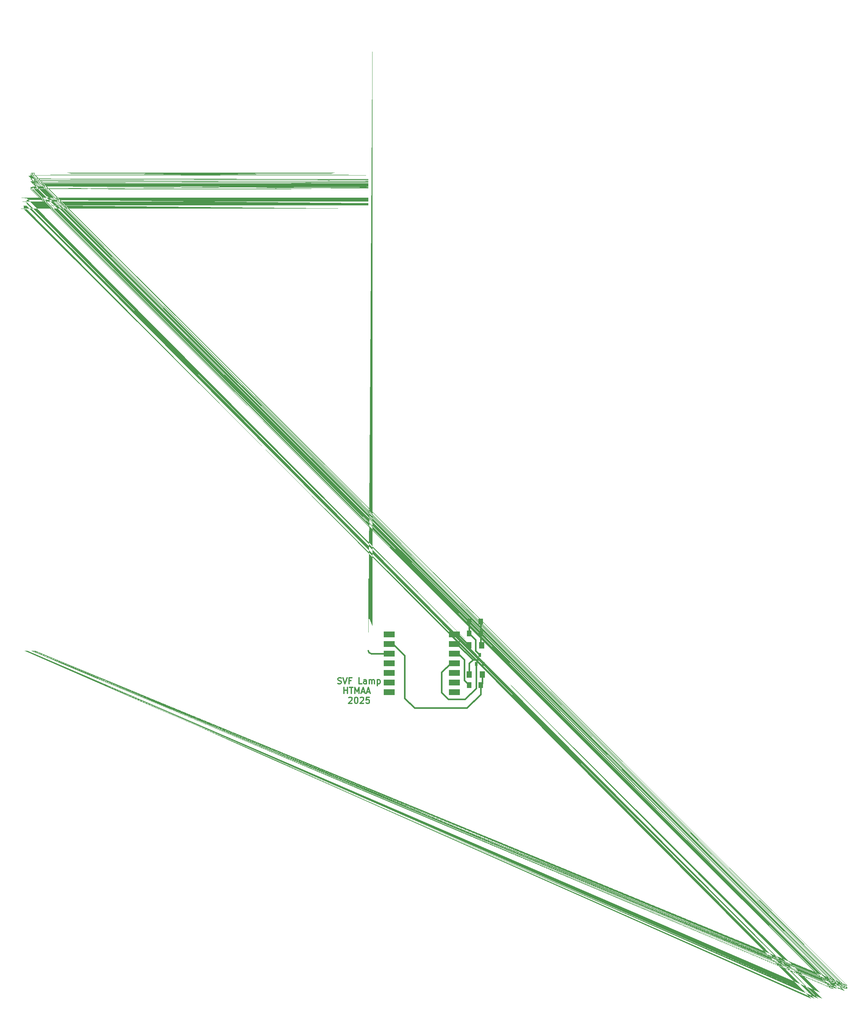
<source format=gbr>
%TF.GenerationSoftware,KiCad,Pcbnew,9.0.1*%
%TF.CreationDate,2025-10-11T20:40:45-04:00*%
%TF.ProjectId,Week05_HTMAA,5765656b-3035-45f4-9854-4d41412e6b69,rev?*%
%TF.SameCoordinates,Original*%
%TF.FileFunction,Copper,L1,Top*%
%TF.FilePolarity,Positive*%
%FSLAX46Y46*%
G04 Gerber Fmt 4.6, Leading zero omitted, Abs format (unit mm)*
G04 Created by KiCad (PCBNEW 9.0.1) date 2025-10-11 20:40:45*
%MOMM*%
%LPD*%
G01*
G04 APERTURE LIST*
G04 Aperture macros list*
%AMFreePoly0*
4,1,401,0.073836,8.365204,0.196780,8.365758,0.246974,8.353120,0.267662,8.346968,0.283126,8.341341,0.297584,8.341341,0.297584,8.334855,0.302060,8.332757,0.309472,8.328480,0.316502,8.323800,0.323195,8.318662,0.329597,8.313009,0.335753,8.306786,0.341710,8.299937,0.353209,8.284133,0.364461,8.265150,0.375834,8.242538,0.387693,8.215849,0.400406,8.184634,0.414341,8.148444,
0.424404,8.121271,0.426395,8.116544,0.436811,8.090212,0.446597,8.063667,0.455735,8.036826,0.464210,8.009611,0.472003,7.981940,0.478447,7.956320,0.490467,7.919020,0.506179,7.873093,0.522850,7.827522,0.530507,7.808056,0.575407,7.724557,0.634033,7.606778,0.689361,7.487337,0.741667,7.366673,0.769974,7.297307,0.773833,7.309466,0.799600,7.223575,0.838325,7.123431,
0.884038,7.002764,0.931621,6.883365,0.956261,6.824048,0.981545,6.764936,1.007444,6.706191,1.034284,6.647180,1.046837,6.619991,1.051645,6.634778,1.080528,6.570447,1.106982,6.507667,1.130930,6.445640,1.152296,6.383567,1.152812,6.381899,1.169004,6.343323,1.231398,6.186841,1.295536,6.031258,1.361326,5.876368,1.428677,5.721966,1.484619,5.595001,1.539511,5.467681,
1.582169,5.366041,1.593340,5.341488,1.640953,5.228531,1.685794,5.114431,1.708944,5.051712,1.767377,4.906783,1.849272,4.706059,1.868176,4.659552,1.879665,4.643288,1.890860,4.626312,1.901717,4.608639,1.912261,4.590182,1.922520,4.570853,1.932522,4.550565,1.969419,4.442044,1.991936,4.374492,2.007892,4.324341,2.016859,4.305463,2.052445,4.236081,2.086448,4.166774,
2.118954,4.097320,2.150052,4.027497,2.179830,3.957083,2.208375,3.885855,2.232688,3.821728,2.242271,3.816966,2.253465,3.783893,2.254015,3.782917,2.257862,3.775495,2.261651,3.767595,2.265390,3.759202,2.269091,3.750303,2.284169,3.699171,2.294616,3.665038,2.295211,3.663344,2.323182,3.586920,2.352388,3.510939,2.383002,3.435539,2.385080,3.430718,2.401021,3.420091,
2.402480,3.390360,2.415200,3.360859,2.440145,3.306627,2.447627,3.290486,2.462408,3.260907,2.480531,3.227402,2.501315,3.185654,2.519758,3.151467,2.547944,3.095903,2.559783,3.070071,2.570498,3.044304,2.580378,3.017677,2.589707,2.989265,2.591114,2.984431,2.595350,2.975079,2.599381,2.963665,2.603179,2.950042,2.606861,2.933745,2.610005,2.917147,2.613112,2.908545,
2.628584,2.857955,2.634661,2.832848,2.639857,2.812980,2.648165,2.770654,2.653530,2.727682,2.654484,2.707826,2.654908,2.705716,2.678833,2.705716,2.678833,2.586653,2.647468,2.586653,2.644502,2.570482,2.639146,2.546966,0.138834,2.546966,0.151236,1.423314,0.153388,1.174480,0.156212,0.925655,0.158212,0.791259,0.158963,0.645091,0.161362,0.505957,0.162003,0.421370,
0.162681,0.402688,0.163874,0.384744,0.165736,0.367414,0.168422,0.350572,0.172085,0.334096,0.176880,0.317861,0.182960,0.301742,0.186531,0.293688,0.190480,0.285616,0.194828,0.277512,0.199594,0.269359,0.204797,0.261142,0.210456,0.252845,0.216591,0.244454,0.218214,0.242372,0.218209,0.245091,0.297584,0.165716,0.299831,0.136268,0.301409,0.130251,0.303979,0.118405,
0.306505,0.104863,0.309100,0.089380,0.314947,0.051615,0.310668,0.023355,0.305975,-0.002896,0.300764,-0.027337,0.294933,-0.050167,0.288376,-0.071585,0.280991,-0.091789,0.273069,-0.110069,0.273027,-0.110171,0.273011,-0.110203,0.272675,-0.110980,0.272128,-0.112054,0.268586,-0.119477,0.263860,-0.128600,0.258835,-0.137564,0.253498,-0.146396,0.241839,-0.163770,0.228779,-0.180930,
0.214214,-0.198086,0.198040,-0.215446,0.180155,-0.233220,0.160454,-0.251617,0.138834,-0.270846,0.089185,-0.277444,0.065702,-0.280106,0.042963,-0.282213,0.020853,-0.283668,-0.000742,-0.284372,-0.021935,-0.284229,-0.042841,-0.283140,-0.063572,-0.281009,-0.084244,-0.277736,-0.104970,-0.273225,-0.125864,-0.267378,-0.147039,-0.260098,-0.168609,-0.251286,-0.190689,-0.240845,-0.213391,-0.228678,
-0.218353,-0.231159,-0.233159,-0.201161,-0.244709,-0.175348,-0.249332,-0.163282,-0.255117,-0.150429,-0.260550,-0.136419,-0.265300,-0.121743,-0.269492,-0.105882,-0.273248,-0.088316,-0.276692,-0.068525,-0.277955,-0.059051,-0.278272,-0.057629,-0.282328,-0.035987,-0.285757,-0.014089,-0.288639,0.008126,-0.291058,0.030716,-0.294830,0.077263,-0.297729,0.126029,-0.269249,0.162403,-0.257711,0.177547,
-0.247796,0.191094,-0.239374,0.203368,-0.232311,0.214691,-0.226475,0.225387,-0.221733,0.235779,-0.219731,0.240963,-0.217953,0.246192,-0.215003,0.256947,-0.212749,0.268369,-0.211061,0.280781,-0.209804,0.294507,-0.208847,0.309869,-0.207302,0.346797,-0.205700,0.469912,-0.203310,0.609538,-0.201921,0.760253,-0.195409,1.237540,-0.190068,1.653571,-0.178666,2.546966,-1.647104,2.546966,
-1.647104,-3.525221,-3.115541,-3.525221,-3.128651,-3.511927,-3.133973,-3.506168,-3.138562,-3.500728,-3.142481,-3.495406,-3.145797,-3.489997,-3.147972,-3.485534,-3.155229,-3.485534,-3.155229,-3.457161,-3.155605,-3.454544,-3.156669,-3.444348,-3.157587,-3.432643,-3.158423,-3.419225,-3.160112,-3.386438,-3.160001,-3.251745,-3.159960,-3.014036,-3.159717,-2.839178,-3.159424,-2.364144,-3.158963,-1.858859,
-3.158223,-0.905178,-3.157166,0.404538,-3.156624,1.228752,-3.155229,2.546966,-7.560541,2.546966,-7.600229,2.705716,-7.591726,2.716043,-7.591626,2.717480,-7.591080,2.722577,-7.590353,2.727672,-7.588359,2.738030,-7.585665,2.748908,-7.582288,2.760658,-7.573564,2.788192,-7.530261,2.875666,-7.489227,2.960950,-7.481165,2.983529,-7.477789,2.985671,-7.467613,3.007770,-7.447931,3.052342,
-7.429094,3.097309,-7.411248,3.142743,-7.382248,3.223827,-7.367281,3.263940,-7.351813,3.303779,-7.335704,3.343351,-7.318811,3.382665,-7.300993,3.421730,-7.297719,3.428460,-7.294581,3.438174,-7.285620,3.462357,-7.275287,3.487063,-7.241719,3.546489,-7.155149,3.730689,-7.111576,3.836810,-7.059486,3.962693,-6.988868,4.131243,-6.916767,4.298611,-6.879545,4.382662,-6.806479,4.571028,
-6.735621,4.748874,-6.662150,4.925065,-6.639357,4.977574,-6.638975,4.982214,-6.638405,4.986902,-6.637651,4.991675,-6.635598,5.001622,-6.632832,5.012354,-6.629373,5.024169,-6.620444,5.052239,-6.568354,5.166341,-6.557393,5.193608,-6.546834,5.221561,-6.526127,5.278651,-6.504648,5.335875,-6.493124,5.363995,-6.480813,5.391496,-6.467517,5.418163,-6.453038,5.443777,-6.437178,5.468123,
-6.428668,5.479752,-6.419738,5.490982,-6.410364,5.501787,-6.400522,5.512138,-6.393251,5.519081,-6.384782,5.540161,-6.364363,5.594831,-6.345318,5.650402,-6.327749,5.707083,-6.305526,5.786218,-6.297222,5.814058,-6.289495,5.837869,-6.281376,5.860497,-6.271894,5.884783,-6.260080,5.913571,-6.244962,5.949704,-6.240418,5.959272,-6.232856,5.979193,-6.215306,6.021729,-6.196284,6.064270,
-6.158604,6.141326,-6.121640,6.218422,-6.103614,6.257157,-6.085993,6.296111,-6.071385,6.329547,-6.052261,6.375724,-6.037898,6.411722,-6.010190,6.482667,-5.966956,6.589626,-5.965891,6.592141,-5.963862,6.598050,-5.954689,6.622662,-5.944533,6.648079,-5.933353,6.674466,-5.930189,6.676507,-5.921997,6.695868,-5.898695,6.748733,-5.874753,6.801435,-5.825029,6.906258,-5.811810,6.934915,
-5.799971,6.959764,-5.761719,7.041865,-5.734662,7.102445,-5.708601,7.163461,-5.694836,7.197629,-5.684879,7.224010,-5.670046,7.266866,-5.645359,7.343187,-5.619357,7.418650,-5.605215,7.457417,-5.598628,7.477253,-5.565649,7.571387,-5.564599,7.574242,-5.563922,7.578314,-5.561223,7.590335,-5.557694,7.603517,-5.553344,7.618189,-5.542215,7.653321,-5.489350,7.770833,-5.472294,7.810012,
-5.458741,7.840615,-5.447383,7.865144,-5.442118,7.875911,-5.436911,7.886097,-5.431599,7.896014,-5.426018,7.905975,-5.413395,7.927277,-5.397735,7.952503,-5.393945,7.958498,-5.390131,7.966790,-5.218979,8.341341,-3.165954,8.351327,-2.167972,8.355632,-1.291329,8.359868,-1.059884,8.360288,-0.828443,8.361461,-0.606943,8.363249,-0.385438,8.363956,-0.222336,8.363868,-0.067318,8.366030,
0.073836,8.365204,0.073836,8.365204,$1*%
G04 Aperture macros list end*
%ADD10C,0.312500*%
%TA.AperFunction,NonConductor*%
%ADD11C,0.312500*%
%TD*%
%TA.AperFunction,SMDPad,CuDef*%
%ADD12R,3.000000X1.600000*%
%TD*%
%TA.AperFunction,SMDPad,CuDef*%
%ADD13R,0.700000X1.000000*%
%TD*%
%TA.AperFunction,SMDPad,CuDef*%
%ADD14R,1.200000X1.600000*%
%TD*%
%TA.AperFunction,SMDPad,CuDef*%
%ADD15R,1.400000X1.700000*%
%TD*%
%TA.AperFunction,SMDPad,CuDef*%
%ADD16FreePoly0,0.000000*%
%TD*%
%TA.AperFunction,Conductor*%
%ADD17C,0.400000*%
%TD*%
G04 APERTURE END LIST*
D10*
D11*
X114994999Y-88991840D02*
X115223571Y-89068030D01*
X115223571Y-89068030D02*
X115604523Y-89068030D01*
X115604523Y-89068030D02*
X115756904Y-88991840D01*
X115756904Y-88991840D02*
X115833095Y-88915649D01*
X115833095Y-88915649D02*
X115909285Y-88763268D01*
X115909285Y-88763268D02*
X115909285Y-88610887D01*
X115909285Y-88610887D02*
X115833095Y-88458506D01*
X115833095Y-88458506D02*
X115756904Y-88382316D01*
X115756904Y-88382316D02*
X115604523Y-88306125D01*
X115604523Y-88306125D02*
X115299761Y-88229935D01*
X115299761Y-88229935D02*
X115147380Y-88153744D01*
X115147380Y-88153744D02*
X115071190Y-88077554D01*
X115071190Y-88077554D02*
X114994999Y-87925173D01*
X114994999Y-87925173D02*
X114994999Y-87772792D01*
X114994999Y-87772792D02*
X115071190Y-87620411D01*
X115071190Y-87620411D02*
X115147380Y-87544220D01*
X115147380Y-87544220D02*
X115299761Y-87468030D01*
X115299761Y-87468030D02*
X115680714Y-87468030D01*
X115680714Y-87468030D02*
X115909285Y-87544220D01*
X116366428Y-87468030D02*
X116899762Y-89068030D01*
X116899762Y-89068030D02*
X117433095Y-87468030D01*
X118499762Y-88229935D02*
X117966429Y-88229935D01*
X117966429Y-89068030D02*
X117966429Y-87468030D01*
X117966429Y-87468030D02*
X118728334Y-87468030D01*
X121318811Y-89068030D02*
X120556906Y-89068030D01*
X120556906Y-89068030D02*
X120556906Y-87468030D01*
X122537858Y-89068030D02*
X122537858Y-88229935D01*
X122537858Y-88229935D02*
X122461668Y-88077554D01*
X122461668Y-88077554D02*
X122309287Y-88001363D01*
X122309287Y-88001363D02*
X122004525Y-88001363D01*
X122004525Y-88001363D02*
X121852144Y-88077554D01*
X122537858Y-88991840D02*
X122385477Y-89068030D01*
X122385477Y-89068030D02*
X122004525Y-89068030D01*
X122004525Y-89068030D02*
X121852144Y-88991840D01*
X121852144Y-88991840D02*
X121775953Y-88839459D01*
X121775953Y-88839459D02*
X121775953Y-88687078D01*
X121775953Y-88687078D02*
X121852144Y-88534697D01*
X121852144Y-88534697D02*
X122004525Y-88458506D01*
X122004525Y-88458506D02*
X122385477Y-88458506D01*
X122385477Y-88458506D02*
X122537858Y-88382316D01*
X123299763Y-89068030D02*
X123299763Y-88001363D01*
X123299763Y-88153744D02*
X123375953Y-88077554D01*
X123375953Y-88077554D02*
X123528334Y-88001363D01*
X123528334Y-88001363D02*
X123756906Y-88001363D01*
X123756906Y-88001363D02*
X123909287Y-88077554D01*
X123909287Y-88077554D02*
X123985477Y-88229935D01*
X123985477Y-88229935D02*
X123985477Y-89068030D01*
X123985477Y-88229935D02*
X124061668Y-88077554D01*
X124061668Y-88077554D02*
X124214049Y-88001363D01*
X124214049Y-88001363D02*
X124442620Y-88001363D01*
X124442620Y-88001363D02*
X124595001Y-88077554D01*
X124595001Y-88077554D02*
X124671191Y-88229935D01*
X124671191Y-88229935D02*
X124671191Y-89068030D01*
X125433096Y-88001363D02*
X125433096Y-89601363D01*
X125433096Y-88077554D02*
X125585477Y-88001363D01*
X125585477Y-88001363D02*
X125890239Y-88001363D01*
X125890239Y-88001363D02*
X126042620Y-88077554D01*
X126042620Y-88077554D02*
X126118810Y-88153744D01*
X126118810Y-88153744D02*
X126195001Y-88306125D01*
X126195001Y-88306125D02*
X126195001Y-88763268D01*
X126195001Y-88763268D02*
X126118810Y-88915649D01*
X126118810Y-88915649D02*
X126042620Y-88991840D01*
X126042620Y-88991840D02*
X125890239Y-89068030D01*
X125890239Y-89068030D02*
X125585477Y-89068030D01*
X125585477Y-89068030D02*
X125433096Y-88991840D01*
X116633095Y-91643940D02*
X116633095Y-90043940D01*
X116633095Y-90805845D02*
X117547381Y-90805845D01*
X117547381Y-91643940D02*
X117547381Y-90043940D01*
X118080713Y-90043940D02*
X118994999Y-90043940D01*
X118537856Y-91643940D02*
X118537856Y-90043940D01*
X119528333Y-91643940D02*
X119528333Y-90043940D01*
X119528333Y-90043940D02*
X120061666Y-91186797D01*
X120061666Y-91186797D02*
X120595000Y-90043940D01*
X120595000Y-90043940D02*
X120595000Y-91643940D01*
X121280713Y-91186797D02*
X122042618Y-91186797D01*
X121128332Y-91643940D02*
X121661666Y-90043940D01*
X121661666Y-90043940D02*
X122194999Y-91643940D01*
X122652142Y-91186797D02*
X123414047Y-91186797D01*
X122499761Y-91643940D02*
X123033095Y-90043940D01*
X123033095Y-90043940D02*
X123566428Y-91643940D01*
X117852141Y-92772231D02*
X117928332Y-92696040D01*
X117928332Y-92696040D02*
X118080713Y-92619850D01*
X118080713Y-92619850D02*
X118461665Y-92619850D01*
X118461665Y-92619850D02*
X118614046Y-92696040D01*
X118614046Y-92696040D02*
X118690237Y-92772231D01*
X118690237Y-92772231D02*
X118766427Y-92924612D01*
X118766427Y-92924612D02*
X118766427Y-93076993D01*
X118766427Y-93076993D02*
X118690237Y-93305564D01*
X118690237Y-93305564D02*
X117775951Y-94219850D01*
X117775951Y-94219850D02*
X118766427Y-94219850D01*
X119756904Y-92619850D02*
X119909285Y-92619850D01*
X119909285Y-92619850D02*
X120061666Y-92696040D01*
X120061666Y-92696040D02*
X120137856Y-92772231D01*
X120137856Y-92772231D02*
X120214047Y-92924612D01*
X120214047Y-92924612D02*
X120290237Y-93229374D01*
X120290237Y-93229374D02*
X120290237Y-93610326D01*
X120290237Y-93610326D02*
X120214047Y-93915088D01*
X120214047Y-93915088D02*
X120137856Y-94067469D01*
X120137856Y-94067469D02*
X120061666Y-94143660D01*
X120061666Y-94143660D02*
X119909285Y-94219850D01*
X119909285Y-94219850D02*
X119756904Y-94219850D01*
X119756904Y-94219850D02*
X119604523Y-94143660D01*
X119604523Y-94143660D02*
X119528332Y-94067469D01*
X119528332Y-94067469D02*
X119452142Y-93915088D01*
X119452142Y-93915088D02*
X119375951Y-93610326D01*
X119375951Y-93610326D02*
X119375951Y-93229374D01*
X119375951Y-93229374D02*
X119452142Y-92924612D01*
X119452142Y-92924612D02*
X119528332Y-92772231D01*
X119528332Y-92772231D02*
X119604523Y-92696040D01*
X119604523Y-92696040D02*
X119756904Y-92619850D01*
X120899761Y-92772231D02*
X120975952Y-92696040D01*
X120975952Y-92696040D02*
X121128333Y-92619850D01*
X121128333Y-92619850D02*
X121509285Y-92619850D01*
X121509285Y-92619850D02*
X121661666Y-92696040D01*
X121661666Y-92696040D02*
X121737857Y-92772231D01*
X121737857Y-92772231D02*
X121814047Y-92924612D01*
X121814047Y-92924612D02*
X121814047Y-93076993D01*
X121814047Y-93076993D02*
X121737857Y-93305564D01*
X121737857Y-93305564D02*
X120823571Y-94219850D01*
X120823571Y-94219850D02*
X121814047Y-94219850D01*
X123261667Y-92619850D02*
X122499762Y-92619850D01*
X122499762Y-92619850D02*
X122423571Y-93381755D01*
X122423571Y-93381755D02*
X122499762Y-93305564D01*
X122499762Y-93305564D02*
X122652143Y-93229374D01*
X122652143Y-93229374D02*
X123033095Y-93229374D01*
X123033095Y-93229374D02*
X123185476Y-93305564D01*
X123185476Y-93305564D02*
X123261667Y-93381755D01*
X123261667Y-93381755D02*
X123337857Y-93534136D01*
X123337857Y-93534136D02*
X123337857Y-93915088D01*
X123337857Y-93915088D02*
X123261667Y-94067469D01*
X123261667Y-94067469D02*
X123185476Y-94143660D01*
X123185476Y-94143660D02*
X123033095Y-94219850D01*
X123033095Y-94219850D02*
X122652143Y-94219850D01*
X122652143Y-94219850D02*
X122499762Y-94143660D01*
X122499762Y-94143660D02*
X122423571Y-94067469D01*
D12*
%TO.P,M1,1,D0*%
%TO.N,unconnected-(M1-D0-Pad1)*%
X128530000Y-76030000D03*
%TO.P,M1,2,D1*%
%TO.N,Net-(M1-D1)*%
X128530000Y-78570000D03*
%TO.P,M1,3,D2*%
%TO.N,Net-(M1-D2)*%
X128530000Y-81110000D03*
%TO.P,M1,4,D3*%
%TO.N,unconnected-(M1-D3-Pad4)*%
X128530000Y-83650000D03*
%TO.P,M1,5,D4*%
%TO.N,unconnected-(M1-D4-Pad5)*%
X128530000Y-86190000D03*
%TO.P,M1,6,D5*%
%TO.N,unconnected-(M1-D5-Pad6)*%
X128530000Y-88730000D03*
%TO.P,M1,7,D6*%
%TO.N,unconnected-(M1-D6-Pad7)*%
X128530000Y-91270000D03*
%TO.P,M1,8,D7*%
%TO.N,unconnected-(M1-D7-Pad8)*%
X145765000Y-91270000D03*
%TO.P,M1,9,D8*%
%TO.N,unconnected-(M1-D8-Pad9)*%
X145765000Y-88730000D03*
%TO.P,M1,10,D9*%
%TO.N,unconnected-(M1-D9-Pad10)*%
X145765000Y-86190000D03*
%TO.P,M1,11,D10*%
%TO.N,Net-(M1-D10)*%
X145765000Y-83650000D03*
%TO.P,M1,12,3V3*%
%TO.N,Net-(M1-3V3)*%
X145765000Y-81110000D03*
%TO.P,M1,13,GND*%
%TO.N,PWR_GND*%
X145765000Y-78570000D03*
%TO.P,M1,14,5V*%
%TO.N,Net-(D1-A)*%
X145765000Y-76030000D03*
%TD*%
D13*
%TO.P,Q1,1,G*%
%TO.N,Net-(M1-D10)*%
X151457500Y-83877500D03*
%TO.P,Q1,2,S*%
%TO.N,PWR_GND*%
X153357500Y-83877500D03*
%TO.P,Q1,3,D*%
%TO.N,Net-(Q1-D)*%
X152407500Y-81477500D03*
%TD*%
D14*
%TO.P,R1,1*%
%TO.N,Net-(M1-3V3)*%
X149662500Y-89447500D03*
%TO.P,R1,2*%
%TO.N,Net-(M1-D1)*%
X152662500Y-89447500D03*
%TD*%
%TO.P,R2,1*%
%TO.N,Net-(D1-K)*%
X152640000Y-72645000D03*
%TO.P,R2,2*%
%TO.N,Net-(Q1-D)*%
X149640000Y-72645000D03*
%TD*%
D15*
%TO.P,D1,2,A*%
%TO.N,Net-(D1-A)*%
X149540000Y-78945000D03*
%TO.P,D1,1,K*%
%TO.N,Net-(D1-K)*%
X152940000Y-78945000D03*
%TD*%
D14*
%TO.P,R3,2*%
%TO.N,Net-(Q1-D)*%
X149640000Y-75845000D03*
%TO.P,R3,1*%
%TO.N,Net-(D1-K)*%
X152640000Y-75845000D03*
%TD*%
D15*
%TO.P,Q2,1,E*%
%TO.N,PWR_GND*%
X149662500Y-86600000D03*
%TO.P,Q2,2,C*%
%TO.N,Net-(M1-D1)*%
X153062500Y-86600000D03*
%TD*%
D16*
%TO.P,U1,1,to_RP2040*%
%TO.N,Net-(M1-D2)*%
X123025698Y-80360405D03*
%TD*%
D17*
%TO.N,Net-(D1-K)*%
X152640000Y-78645000D02*
X152940000Y-78945000D01*
X152640000Y-75845000D02*
X152640000Y-78645000D01*
%TO.N,Net-(M1-D10)*%
X145218500Y-84103500D02*
X144765000Y-83650000D01*
X151461500Y-89971000D02*
X151457500Y-89967000D01*
%TO.N,Net-(Q1-D)*%
X149640000Y-72645000D02*
X149640000Y-75845000D01*
%TO.N,Net-(D1-K)*%
X152640000Y-72645000D02*
X152640000Y-75845000D01*
%TO.N,PWR_GND*%
X144765000Y-78532000D02*
X144765000Y-78570000D01*
%TO.N,Net-(M1-D1)*%
X153062500Y-86600000D02*
X153062500Y-89047500D01*
X153062500Y-89047500D02*
X152662500Y-89447500D01*
%TO.N,unconnected-(M1-D7-Pad8)*%
X144787269Y-91247731D02*
X144765000Y-91270000D01*
%TO.N,Net-(M1-3V3)*%
X145127500Y-81472500D02*
X144765000Y-81110000D01*
%TO.N,PWR_GND*%
X144765000Y-78570000D02*
X144988500Y-78793500D01*
%TO.N,Net-(Q1-D)*%
X149640000Y-75845000D02*
X151330000Y-77535000D01*
%TO.N,PWR_GND*%
X152241000Y-82761000D02*
X153357500Y-83877500D01*
%TO.N,Net-(M1-D10)*%
X151457500Y-90254500D02*
X148562000Y-93150000D01*
X151457500Y-83877500D02*
X151457500Y-90254500D01*
%TO.N,Net-(M1-3V3)*%
X148345000Y-82728000D02*
X146727000Y-81110000D01*
%TO.N,PWR_GND*%
X149662500Y-86600000D02*
X149662500Y-83702500D01*
%TO.N,Net-(M1-3V3)*%
X146727000Y-81110000D02*
X144765000Y-81110000D01*
%TO.N,PWR_GND*%
X149662500Y-83702500D02*
X150604000Y-82761000D01*
%TO.N,Net-(M1-D10)*%
X142355000Y-86060000D02*
X144765000Y-83650000D01*
%TO.N,Net-(M1-3V3)*%
X149662500Y-89447500D02*
X148345000Y-88130000D01*
X148345000Y-88130000D02*
X148345000Y-82728000D01*
%TO.N,Net-(D1-A)*%
X149540000Y-78347000D02*
X149540000Y-78945000D01*
%TO.N,Net-(M1-D1)*%
X132630000Y-92892000D02*
X135207000Y-95469000D01*
X149046000Y-95469000D02*
X152662500Y-91852500D01*
%TO.N,Net-(D1-A)*%
X144765000Y-76030000D02*
X146630500Y-76030000D01*
%TO.N,Net-(M1-D1)*%
X152662500Y-91852500D02*
X152662500Y-89447500D01*
%TO.N,Net-(M1-D10)*%
X142355000Y-86060000D02*
X142355000Y-91362000D01*
X144143000Y-93150000D02*
X148562000Y-93150000D01*
X142355000Y-91362000D02*
X144143000Y-93150000D01*
%TO.N,Net-(M1-D1)*%
X132630000Y-81670000D02*
X132630000Y-92892000D01*
X129530000Y-78570000D02*
X132630000Y-81670000D01*
%TO.N,Net-(M1-D2)*%
X123775293Y-81110000D02*
X129530000Y-81110000D01*
X123025698Y-80360405D02*
G75*
G03*
X123775293Y-81110002I749602J5D01*
G01*
%TO.N,Net-(D1-A)*%
X146625000Y-76030000D02*
X149540000Y-78945000D01*
X144765000Y-76030000D02*
X146625000Y-76030000D01*
%TO.N,PWR_GND*%
X144765000Y-78570000D02*
X146413000Y-78570000D01*
%TO.N,Net-(Q1-D)*%
X151330000Y-77535000D02*
X151330000Y-80400000D01*
%TO.N,PWR_GND*%
X146413000Y-78570000D02*
X150604000Y-82761000D01*
X150604000Y-82761000D02*
X152241000Y-82761000D01*
%TO.N,Net-(Q1-D)*%
X151330000Y-80400000D02*
X152407500Y-81477500D01*
%TO.N,Net-(M1-D1)*%
X135207000Y-95469000D02*
X149046000Y-95469000D01*
%TD*%
M02*

</source>
